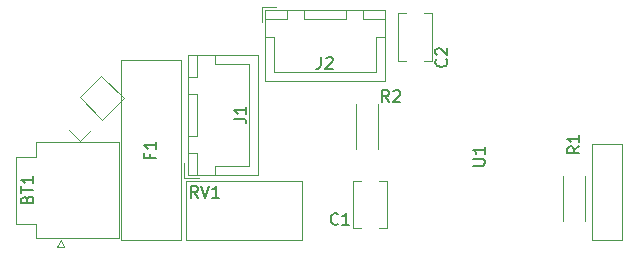
<source format=gbr>
%TF.GenerationSoftware,KiCad,Pcbnew,7.0.9*%
%TF.CreationDate,2024-06-22T15:00:00+09:00*%
%TF.ProjectId,PSU,5053552e-6b69-4636-9164-5f7063625858,rev?*%
%TF.SameCoordinates,Original*%
%TF.FileFunction,Legend,Top*%
%TF.FilePolarity,Positive*%
%FSLAX46Y46*%
G04 Gerber Fmt 4.6, Leading zero omitted, Abs format (unit mm)*
G04 Created by KiCad (PCBNEW 7.0.9) date 2024-06-22 15:00:00*
%MOMM*%
%LPD*%
G01*
G04 APERTURE LIST*
%ADD10C,0.150000*%
%ADD11C,0.120000*%
%ADD12C,0.100000*%
G04 APERTURE END LIST*
D10*
X162919580Y-83224666D02*
X162967200Y-83272285D01*
X162967200Y-83272285D02*
X163014819Y-83415142D01*
X163014819Y-83415142D02*
X163014819Y-83510380D01*
X163014819Y-83510380D02*
X162967200Y-83653237D01*
X162967200Y-83653237D02*
X162871961Y-83748475D01*
X162871961Y-83748475D02*
X162776723Y-83796094D01*
X162776723Y-83796094D02*
X162586247Y-83843713D01*
X162586247Y-83843713D02*
X162443390Y-83843713D01*
X162443390Y-83843713D02*
X162252914Y-83796094D01*
X162252914Y-83796094D02*
X162157676Y-83748475D01*
X162157676Y-83748475D02*
X162062438Y-83653237D01*
X162062438Y-83653237D02*
X162014819Y-83510380D01*
X162014819Y-83510380D02*
X162014819Y-83415142D01*
X162014819Y-83415142D02*
X162062438Y-83272285D01*
X162062438Y-83272285D02*
X162110057Y-83224666D01*
X162110057Y-82843713D02*
X162062438Y-82796094D01*
X162062438Y-82796094D02*
X162014819Y-82700856D01*
X162014819Y-82700856D02*
X162014819Y-82462761D01*
X162014819Y-82462761D02*
X162062438Y-82367523D01*
X162062438Y-82367523D02*
X162110057Y-82319904D01*
X162110057Y-82319904D02*
X162205295Y-82272285D01*
X162205295Y-82272285D02*
X162300533Y-82272285D01*
X162300533Y-82272285D02*
X162443390Y-82319904D01*
X162443390Y-82319904D02*
X163014819Y-82891332D01*
X163014819Y-82891332D02*
X163014819Y-82272285D01*
X153757333Y-97133580D02*
X153709714Y-97181200D01*
X153709714Y-97181200D02*
X153566857Y-97228819D01*
X153566857Y-97228819D02*
X153471619Y-97228819D01*
X153471619Y-97228819D02*
X153328762Y-97181200D01*
X153328762Y-97181200D02*
X153233524Y-97085961D01*
X153233524Y-97085961D02*
X153185905Y-96990723D01*
X153185905Y-96990723D02*
X153138286Y-96800247D01*
X153138286Y-96800247D02*
X153138286Y-96657390D01*
X153138286Y-96657390D02*
X153185905Y-96466914D01*
X153185905Y-96466914D02*
X153233524Y-96371676D01*
X153233524Y-96371676D02*
X153328762Y-96276438D01*
X153328762Y-96276438D02*
X153471619Y-96228819D01*
X153471619Y-96228819D02*
X153566857Y-96228819D01*
X153566857Y-96228819D02*
X153709714Y-96276438D01*
X153709714Y-96276438D02*
X153757333Y-96324057D01*
X154709714Y-97228819D02*
X154138286Y-97228819D01*
X154424000Y-97228819D02*
X154424000Y-96228819D01*
X154424000Y-96228819D02*
X154328762Y-96371676D01*
X154328762Y-96371676D02*
X154233524Y-96466914D01*
X154233524Y-96466914D02*
X154138286Y-96514533D01*
X174190819Y-90590666D02*
X173714628Y-90923999D01*
X174190819Y-91162094D02*
X173190819Y-91162094D01*
X173190819Y-91162094D02*
X173190819Y-90781142D01*
X173190819Y-90781142D02*
X173238438Y-90685904D01*
X173238438Y-90685904D02*
X173286057Y-90638285D01*
X173286057Y-90638285D02*
X173381295Y-90590666D01*
X173381295Y-90590666D02*
X173524152Y-90590666D01*
X173524152Y-90590666D02*
X173619390Y-90638285D01*
X173619390Y-90638285D02*
X173667009Y-90685904D01*
X173667009Y-90685904D02*
X173714628Y-90781142D01*
X173714628Y-90781142D02*
X173714628Y-91162094D01*
X174190819Y-89638285D02*
X174190819Y-90209713D01*
X174190819Y-89923999D02*
X173190819Y-89923999D01*
X173190819Y-89923999D02*
X173333676Y-90019237D01*
X173333676Y-90019237D02*
X173428914Y-90114475D01*
X173428914Y-90114475D02*
X173476533Y-90209713D01*
X144996819Y-88257333D02*
X145711104Y-88257333D01*
X145711104Y-88257333D02*
X145853961Y-88304952D01*
X145853961Y-88304952D02*
X145949200Y-88400190D01*
X145949200Y-88400190D02*
X145996819Y-88543047D01*
X145996819Y-88543047D02*
X145996819Y-88638285D01*
X145996819Y-87257333D02*
X145996819Y-87828761D01*
X145996819Y-87543047D02*
X144996819Y-87543047D01*
X144996819Y-87543047D02*
X145139676Y-87638285D01*
X145139676Y-87638285D02*
X145234914Y-87733523D01*
X145234914Y-87733523D02*
X145282533Y-87828761D01*
X137853009Y-91265333D02*
X137853009Y-91598666D01*
X138376819Y-91598666D02*
X137376819Y-91598666D01*
X137376819Y-91598666D02*
X137376819Y-91122476D01*
X138376819Y-90217714D02*
X138376819Y-90789142D01*
X138376819Y-90503428D02*
X137376819Y-90503428D01*
X137376819Y-90503428D02*
X137519676Y-90598666D01*
X137519676Y-90598666D02*
X137614914Y-90693904D01*
X137614914Y-90693904D02*
X137662533Y-90789142D01*
X158075333Y-86814819D02*
X157742000Y-86338628D01*
X157503905Y-86814819D02*
X157503905Y-85814819D01*
X157503905Y-85814819D02*
X157884857Y-85814819D01*
X157884857Y-85814819D02*
X157980095Y-85862438D01*
X157980095Y-85862438D02*
X158027714Y-85910057D01*
X158027714Y-85910057D02*
X158075333Y-86005295D01*
X158075333Y-86005295D02*
X158075333Y-86148152D01*
X158075333Y-86148152D02*
X158027714Y-86243390D01*
X158027714Y-86243390D02*
X157980095Y-86291009D01*
X157980095Y-86291009D02*
X157884857Y-86338628D01*
X157884857Y-86338628D02*
X157503905Y-86338628D01*
X158456286Y-85910057D02*
X158503905Y-85862438D01*
X158503905Y-85862438D02*
X158599143Y-85814819D01*
X158599143Y-85814819D02*
X158837238Y-85814819D01*
X158837238Y-85814819D02*
X158932476Y-85862438D01*
X158932476Y-85862438D02*
X158980095Y-85910057D01*
X158980095Y-85910057D02*
X159027714Y-86005295D01*
X159027714Y-86005295D02*
X159027714Y-86100533D01*
X159027714Y-86100533D02*
X158980095Y-86243390D01*
X158980095Y-86243390D02*
X158408667Y-86814819D01*
X158408667Y-86814819D02*
X159027714Y-86814819D01*
X127439009Y-95071714D02*
X127486628Y-94928857D01*
X127486628Y-94928857D02*
X127534247Y-94881238D01*
X127534247Y-94881238D02*
X127629485Y-94833619D01*
X127629485Y-94833619D02*
X127772342Y-94833619D01*
X127772342Y-94833619D02*
X127867580Y-94881238D01*
X127867580Y-94881238D02*
X127915200Y-94928857D01*
X127915200Y-94928857D02*
X127962819Y-95024095D01*
X127962819Y-95024095D02*
X127962819Y-95405047D01*
X127962819Y-95405047D02*
X126962819Y-95405047D01*
X126962819Y-95405047D02*
X126962819Y-95071714D01*
X126962819Y-95071714D02*
X127010438Y-94976476D01*
X127010438Y-94976476D02*
X127058057Y-94928857D01*
X127058057Y-94928857D02*
X127153295Y-94881238D01*
X127153295Y-94881238D02*
X127248533Y-94881238D01*
X127248533Y-94881238D02*
X127343771Y-94928857D01*
X127343771Y-94928857D02*
X127391390Y-94976476D01*
X127391390Y-94976476D02*
X127439009Y-95071714D01*
X127439009Y-95071714D02*
X127439009Y-95405047D01*
X126962819Y-94547904D02*
X126962819Y-93976476D01*
X127962819Y-94262190D02*
X126962819Y-94262190D01*
X127962819Y-93119333D02*
X127962819Y-93690761D01*
X127962819Y-93405047D02*
X126962819Y-93405047D01*
X126962819Y-93405047D02*
X127105676Y-93500285D01*
X127105676Y-93500285D02*
X127200914Y-93595523D01*
X127200914Y-93595523D02*
X127248533Y-93690761D01*
X152320666Y-83020819D02*
X152320666Y-83735104D01*
X152320666Y-83735104D02*
X152273047Y-83877961D01*
X152273047Y-83877961D02*
X152177809Y-83973200D01*
X152177809Y-83973200D02*
X152034952Y-84020819D01*
X152034952Y-84020819D02*
X151939714Y-84020819D01*
X152749238Y-83116057D02*
X152796857Y-83068438D01*
X152796857Y-83068438D02*
X152892095Y-83020819D01*
X152892095Y-83020819D02*
X153130190Y-83020819D01*
X153130190Y-83020819D02*
X153225428Y-83068438D01*
X153225428Y-83068438D02*
X153273047Y-83116057D01*
X153273047Y-83116057D02*
X153320666Y-83211295D01*
X153320666Y-83211295D02*
X153320666Y-83306533D01*
X153320666Y-83306533D02*
X153273047Y-83449390D01*
X153273047Y-83449390D02*
X152701619Y-84020819D01*
X152701619Y-84020819D02*
X153320666Y-84020819D01*
X141898761Y-94942819D02*
X141565428Y-94466628D01*
X141327333Y-94942819D02*
X141327333Y-93942819D01*
X141327333Y-93942819D02*
X141708285Y-93942819D01*
X141708285Y-93942819D02*
X141803523Y-93990438D01*
X141803523Y-93990438D02*
X141851142Y-94038057D01*
X141851142Y-94038057D02*
X141898761Y-94133295D01*
X141898761Y-94133295D02*
X141898761Y-94276152D01*
X141898761Y-94276152D02*
X141851142Y-94371390D01*
X141851142Y-94371390D02*
X141803523Y-94419009D01*
X141803523Y-94419009D02*
X141708285Y-94466628D01*
X141708285Y-94466628D02*
X141327333Y-94466628D01*
X142184476Y-93942819D02*
X142517809Y-94942819D01*
X142517809Y-94942819D02*
X142851142Y-93942819D01*
X143708285Y-94942819D02*
X143136857Y-94942819D01*
X143422571Y-94942819D02*
X143422571Y-93942819D01*
X143422571Y-93942819D02*
X143327333Y-94085676D01*
X143327333Y-94085676D02*
X143232095Y-94180914D01*
X143232095Y-94180914D02*
X143136857Y-94228533D01*
X165189819Y-92205904D02*
X165999342Y-92205904D01*
X165999342Y-92205904D02*
X166094580Y-92158285D01*
X166094580Y-92158285D02*
X166142200Y-92110666D01*
X166142200Y-92110666D02*
X166189819Y-92015428D01*
X166189819Y-92015428D02*
X166189819Y-91824952D01*
X166189819Y-91824952D02*
X166142200Y-91729714D01*
X166142200Y-91729714D02*
X166094580Y-91682095D01*
X166094580Y-91682095D02*
X165999342Y-91634476D01*
X165999342Y-91634476D02*
X165189819Y-91634476D01*
X166189819Y-90634476D02*
X166189819Y-91205904D01*
X166189819Y-90920190D02*
X165189819Y-90920190D01*
X165189819Y-90920190D02*
X165332676Y-91015428D01*
X165332676Y-91015428D02*
X165427914Y-91110666D01*
X165427914Y-91110666D02*
X165475533Y-91205904D01*
D11*
%TO.C,C2*%
X158854000Y-83320000D02*
X159479000Y-83320000D01*
X158854000Y-83320000D02*
X158854000Y-79280000D01*
X161069000Y-83320000D02*
X161694000Y-83320000D01*
X161694000Y-83320000D02*
X161694000Y-79280000D01*
X158854000Y-79280000D02*
X159479000Y-79280000D01*
X161069000Y-79280000D02*
X161694000Y-79280000D01*
%TO.C,C1*%
X155044000Y-97524000D02*
X155669000Y-97524000D01*
X155044000Y-97524000D02*
X155044000Y-93484000D01*
X157259000Y-97524000D02*
X157884000Y-97524000D01*
X157884000Y-97524000D02*
X157884000Y-93484000D01*
X155044000Y-93484000D02*
X155669000Y-93484000D01*
X157259000Y-93484000D02*
X157884000Y-93484000D01*
%TO.C,R1*%
X172816000Y-96916000D02*
X172816000Y-93076000D01*
X174656000Y-96916000D02*
X174656000Y-93076000D01*
D12*
%TO.C,SW1*%
X177800000Y-98553000D02*
X177800000Y-90423000D01*
X177800000Y-90423000D02*
X175260000Y-90423000D01*
X175260000Y-98553000D02*
X177800000Y-98553000D01*
X175260000Y-90423000D02*
X175260000Y-98553000D01*
D11*
%TO.C,MES1*%
X131940439Y-90158466D02*
X130999987Y-89218014D01*
X132880891Y-89218014D02*
X131940439Y-90158466D01*
X133778917Y-88319988D02*
X135617394Y-86481511D01*
X133778917Y-88319988D02*
X131898013Y-86439084D01*
X135617394Y-86481511D02*
X133736490Y-84600607D01*
X131898013Y-86439084D02*
X133736490Y-84600607D01*
%TO.C,J1*%
X140760000Y-93274000D02*
X142010000Y-93274000D01*
X141050000Y-92984000D02*
X147020000Y-92984000D01*
X147020000Y-92984000D02*
X147020000Y-82864000D01*
X141060000Y-92974000D02*
X141810000Y-92974000D01*
X141810000Y-92974000D02*
X141810000Y-91174000D01*
X143310000Y-92974000D02*
X143310000Y-92224000D01*
X143310000Y-92224000D02*
X146260000Y-92224000D01*
X146260000Y-92224000D02*
X146260000Y-87924000D01*
X140760000Y-92024000D02*
X140760000Y-93274000D01*
X141060000Y-91174000D02*
X141060000Y-92974000D01*
X141810000Y-91174000D02*
X141060000Y-91174000D01*
X141060000Y-89674000D02*
X141810000Y-89674000D01*
X141810000Y-89674000D02*
X141810000Y-86174000D01*
X141060000Y-86174000D02*
X141060000Y-89674000D01*
X141810000Y-86174000D02*
X141060000Y-86174000D01*
X141060000Y-84674000D02*
X141810000Y-84674000D01*
X141810000Y-84674000D02*
X141810000Y-82874000D01*
X143310000Y-83624000D02*
X146260000Y-83624000D01*
X146260000Y-83624000D02*
X146260000Y-87924000D01*
X141060000Y-82874000D02*
X141060000Y-84674000D01*
X141810000Y-82874000D02*
X141060000Y-82874000D01*
X143310000Y-82874000D02*
X143310000Y-83624000D01*
X141050000Y-82864000D02*
X141050000Y-92984000D01*
X147020000Y-82864000D02*
X141050000Y-82864000D01*
%TO.C,F1*%
X135382000Y-98544000D02*
X140462000Y-98544000D01*
X140462000Y-98544000D02*
X140462000Y-90924000D01*
X135382000Y-90924000D02*
X135382000Y-98544000D01*
X140462000Y-90924000D02*
X140462000Y-83304000D01*
X135382000Y-83304000D02*
X135382000Y-90924000D01*
X140462000Y-83304000D02*
X135382000Y-83304000D01*
%TO.C,R2*%
X157130000Y-86980000D02*
X157130000Y-90820000D01*
X155290000Y-86980000D02*
X155290000Y-90820000D01*
%TO.C,BT1*%
X130002000Y-99126000D02*
X130302000Y-98526000D01*
X130602000Y-99126000D02*
X130002000Y-99126000D01*
X130302000Y-98526000D02*
X130602000Y-99126000D01*
X128192000Y-98326000D02*
X128192000Y-97126000D01*
X135212000Y-98326000D02*
X128192000Y-98326000D01*
X126492000Y-97126000D02*
X126492000Y-91446000D01*
X128192000Y-97126000D02*
X126492000Y-97126000D01*
X126492000Y-91446000D02*
X128192000Y-91446000D01*
X128192000Y-91446000D02*
X128192000Y-90246000D01*
X128192000Y-90246000D02*
X135212000Y-90246000D01*
X135212000Y-90246000D02*
X135212000Y-98326000D01*
%TO.C,J2*%
X147304000Y-78767000D02*
X147304000Y-80017000D01*
X147594000Y-79057000D02*
X147594000Y-85027000D01*
X147594000Y-85027000D02*
X157714000Y-85027000D01*
X147604000Y-79067000D02*
X147604000Y-79817000D01*
X147604000Y-79817000D02*
X149404000Y-79817000D01*
X147604000Y-81317000D02*
X148354000Y-81317000D01*
X148354000Y-81317000D02*
X148354000Y-84267000D01*
X148354000Y-84267000D02*
X152654000Y-84267000D01*
X148554000Y-78767000D02*
X147304000Y-78767000D01*
X149404000Y-79067000D02*
X147604000Y-79067000D01*
X149404000Y-79817000D02*
X149404000Y-79067000D01*
X150904000Y-79067000D02*
X150904000Y-79817000D01*
X150904000Y-79817000D02*
X154404000Y-79817000D01*
X154404000Y-79067000D02*
X150904000Y-79067000D01*
X154404000Y-79817000D02*
X154404000Y-79067000D01*
X155904000Y-79067000D02*
X155904000Y-79817000D01*
X155904000Y-79817000D02*
X157704000Y-79817000D01*
X156954000Y-81317000D02*
X156954000Y-84267000D01*
X156954000Y-84267000D02*
X152654000Y-84267000D01*
X157704000Y-79067000D02*
X155904000Y-79067000D01*
X157704000Y-79817000D02*
X157704000Y-79067000D01*
X157704000Y-81317000D02*
X156954000Y-81317000D01*
X157714000Y-79057000D02*
X147594000Y-79057000D01*
X157714000Y-85027000D02*
X157714000Y-79057000D01*
%TO.C,RV1*%
X140911000Y-93482000D02*
X140911000Y-98552000D01*
X140911000Y-93482000D02*
X150681000Y-93482000D01*
X140911000Y-98552000D02*
X150681000Y-98552000D01*
X150681000Y-93482000D02*
X150681000Y-98552000D01*
%TD*%
M02*

</source>
